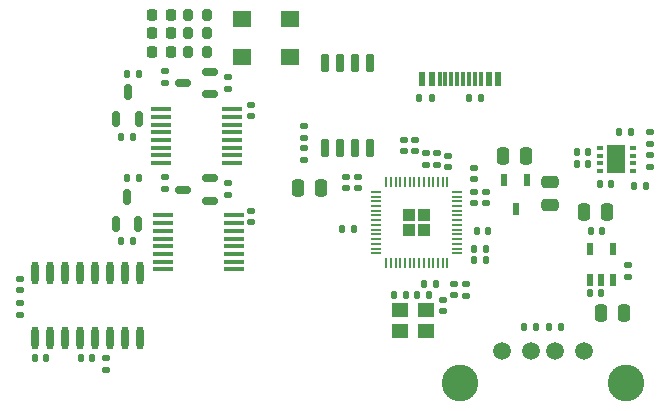
<source format=gbr>
%TF.GenerationSoftware,KiCad,Pcbnew,8.0.1*%
%TF.CreationDate,2024-03-30T20:31:03-07:00*%
%TF.ProjectId,babelfish,62616265-6c66-4697-9368-2e6b69636164,v0.3*%
%TF.SameCoordinates,Original*%
%TF.FileFunction,Paste,Top*%
%TF.FilePolarity,Positive*%
%FSLAX46Y46*%
G04 Gerber Fmt 4.6, Leading zero omitted, Abs format (unit mm)*
G04 Created by KiCad (PCBNEW 8.0.1) date 2024-03-30 20:31:03*
%MOMM*%
%LPD*%
G01*
G04 APERTURE LIST*
G04 Aperture macros list*
%AMRoundRect*
0 Rectangle with rounded corners*
0 $1 Rounding radius*
0 $2 $3 $4 $5 $6 $7 $8 $9 X,Y pos of 4 corners*
0 Add a 4 corners polygon primitive as box body*
4,1,4,$2,$3,$4,$5,$6,$7,$8,$9,$2,$3,0*
0 Add four circle primitives for the rounded corners*
1,1,$1+$1,$2,$3*
1,1,$1+$1,$4,$5*
1,1,$1+$1,$6,$7*
1,1,$1+$1,$8,$9*
0 Add four rect primitives between the rounded corners*
20,1,$1+$1,$2,$3,$4,$5,0*
20,1,$1+$1,$4,$5,$6,$7,0*
20,1,$1+$1,$6,$7,$8,$9,0*
20,1,$1+$1,$8,$9,$2,$3,0*%
G04 Aperture macros list end*
%ADD10RoundRect,0.135000X-0.185000X0.135000X-0.185000X-0.135000X0.185000X-0.135000X0.185000X0.135000X0*%
%ADD11RoundRect,0.150000X0.150000X-0.512500X0.150000X0.512500X-0.150000X0.512500X-0.150000X-0.512500X0*%
%ADD12RoundRect,0.250000X-0.250000X-0.475000X0.250000X-0.475000X0.250000X0.475000X-0.250000X0.475000X0*%
%ADD13RoundRect,0.135000X0.185000X-0.135000X0.185000X0.135000X-0.185000X0.135000X-0.185000X-0.135000X0*%
%ADD14RoundRect,0.250000X0.475000X-0.250000X0.475000X0.250000X-0.475000X0.250000X-0.475000X-0.250000X0*%
%ADD15R,1.803404X0.406401*%
%ADD16RoundRect,0.140000X-0.170000X0.140000X-0.170000X-0.140000X0.170000X-0.140000X0.170000X0.140000X0*%
%ADD17RoundRect,0.218750X-0.218750X-0.256250X0.218750X-0.256250X0.218750X0.256250X-0.218750X0.256250X0*%
%ADD18RoundRect,0.140000X0.140000X0.170000X-0.140000X0.170000X-0.140000X-0.170000X0.140000X-0.170000X0*%
%ADD19RoundRect,0.140000X0.170000X-0.140000X0.170000X0.140000X-0.170000X0.140000X-0.170000X-0.140000X0*%
%ADD20RoundRect,0.135000X0.135000X0.185000X-0.135000X0.185000X-0.135000X-0.185000X0.135000X-0.185000X0*%
%ADD21R,0.600000X1.240005*%
%ADD22R,0.300000X1.240005*%
%ADD23RoundRect,0.135000X-0.135000X-0.185000X0.135000X-0.185000X0.135000X0.185000X-0.135000X0.185000X0*%
%ADD24R,0.600000X1.070003*%
%ADD25RoundRect,0.200000X0.200000X0.275000X-0.200000X0.275000X-0.200000X-0.275000X0.200000X-0.275000X0*%
%ADD26RoundRect,0.150000X0.512500X0.150000X-0.512500X0.150000X-0.512500X-0.150000X0.512500X-0.150000X0*%
%ADD27RoundRect,0.140000X-0.140000X-0.170000X0.140000X-0.170000X0.140000X0.170000X-0.140000X0.170000X0*%
%ADD28R,0.600000X0.350013*%
%ADD29R,1.600000X2.400051*%
%ADD30RoundRect,0.250000X-0.292217X-0.292217X0.292217X-0.292217X0.292217X0.292217X-0.292217X0.292217X0*%
%ADD31RoundRect,0.050000X-0.387500X-0.050000X0.387500X-0.050000X0.387500X0.050000X-0.387500X0.050000X0*%
%ADD32RoundRect,0.050000X-0.050000X-0.387500X0.050000X-0.387500X0.050000X0.387500X-0.050000X0.387500X0*%
%ADD33C,1.500000*%
%ADD34C,3.100000*%
%ADD35R,0.622301X1.104902*%
%ADD36R,1.400000X1.200000*%
%ADD37O,0.602007X1.970993*%
%ADD38RoundRect,0.250000X0.250000X0.475000X-0.250000X0.475000X-0.250000X-0.475000X0.250000X-0.475000X0*%
%ADD39RoundRect,0.150000X0.150000X-0.650000X0.150000X0.650000X-0.150000X0.650000X-0.150000X-0.650000X0*%
%ADD40R,1.529997X1.359995*%
G04 APERTURE END LIST*
D10*
%TO.C,R23*%
X8328400Y1353400D03*
X8328400Y333400D03*
%TD*%
D11*
%TO.C,Q1*%
X4200000Y6218000D03*
X6100000Y6218000D03*
X5150000Y8493000D03*
%TD*%
D12*
%TO.C,C31*%
X43800000Y-1600000D03*
X45700000Y-1600000D03*
%TD*%
D13*
%TO.C,R20*%
X13601800Y8803200D03*
X13601800Y9823200D03*
%TD*%
D14*
%TO.C,C21*%
X40900000Y-1000000D03*
X40900000Y900000D03*
%TD*%
D15*
%TO.C,U7*%
X8009728Y7072351D03*
X8009728Y6422110D03*
X8009728Y5772123D03*
X8009728Y5122135D03*
X8009728Y4472148D03*
X8009728Y3822161D03*
X8009728Y3172173D03*
X8009728Y2522186D03*
X14009728Y2522186D03*
X14009728Y3172173D03*
X14009728Y3822161D03*
X14009728Y4472148D03*
X14009728Y5122135D03*
X14009728Y5772123D03*
X14009728Y6422110D03*
X14009728Y7072351D03*
%TD*%
D16*
%TO.C,C23*%
X-4000000Y-9368830D03*
X-4000000Y-10328830D03*
%TD*%
D17*
%TO.C,D1*%
X7225000Y15050000D03*
X8800000Y15050000D03*
%TD*%
D18*
%TO.C,C16*%
X24275500Y-3039000D03*
X23315500Y-3039000D03*
%TD*%
D19*
%TO.C,C37*%
X15600000Y-2500000D03*
X15600000Y-1540000D03*
%TD*%
%TO.C,C36*%
X15600000Y6500000D03*
X15600000Y7460000D03*
%TD*%
%TO.C,C14*%
X34463000Y1151000D03*
X34463000Y2111000D03*
%TD*%
D20*
%TO.C,R26*%
X39700000Y-11400000D03*
X38680000Y-11400000D03*
%TD*%
D10*
%TO.C,R14*%
X33800000Y-7700000D03*
X33800000Y-8720000D03*
%TD*%
D17*
%TO.C,D2*%
X7225000Y13500000D03*
X8800000Y13500000D03*
%TD*%
D21*
%TO.C,U3*%
X36505358Y9610899D03*
X35705510Y9610899D03*
D22*
X34555396Y9610899D03*
X33555396Y9610899D03*
X33055523Y9610899D03*
X32055523Y9610899D03*
D21*
X30105561Y9610899D03*
X30905409Y9610899D03*
D22*
X31555396Y9610899D03*
X32555396Y9610899D03*
X34055523Y9610899D03*
X35055523Y9610899D03*
%TD*%
D16*
%TO.C,C27*%
X3300000Y-14028830D03*
X3300000Y-14988830D03*
%TD*%
D12*
%TO.C,C22*%
X36950000Y3100000D03*
X38850000Y3100000D03*
%TD*%
D20*
%TO.C,R9*%
X47800000Y5120000D03*
X46780000Y5120000D03*
%TD*%
D23*
%TO.C,R2*%
X47980000Y600000D03*
X49000000Y600000D03*
%TD*%
D20*
%TO.C,R13*%
X35510500Y-4722600D03*
X34490500Y-4722600D03*
%TD*%
D10*
%TO.C,R7*%
X20077600Y5677200D03*
X20077600Y4657200D03*
%TD*%
D16*
%TO.C,C7*%
X35500000Y100000D03*
X35500000Y-860000D03*
%TD*%
D24*
%TO.C,U6*%
X38949962Y1070154D03*
X37050038Y1070154D03*
X38000000Y-1400000D03*
%TD*%
D19*
%TO.C,C5*%
X29475500Y3500000D03*
X29475500Y4460000D03*
%TD*%
D25*
%TO.C,R15*%
X11900000Y15050000D03*
X10250000Y15050000D03*
%TD*%
D16*
%TO.C,C6*%
X34500000Y100000D03*
X34500000Y-860000D03*
%TD*%
D26*
%TO.C,Q2*%
X12128600Y8350000D03*
X12128600Y10250000D03*
X9853600Y9300000D03*
%TD*%
D17*
%TO.C,D3*%
X7225000Y11900000D03*
X8800000Y11900000D03*
%TD*%
D20*
%TO.C,R25*%
X6129600Y1216800D03*
X5109600Y1216800D03*
%TD*%
D10*
%TO.C,R28*%
X47500000Y-6090000D03*
X47500000Y-7110000D03*
%TD*%
D27*
%TO.C,C26*%
X1200000Y-14028830D03*
X2160000Y-14028830D03*
%TD*%
%TO.C,C10*%
X34700000Y-3200000D03*
X35660000Y-3200000D03*
%TD*%
D28*
%TO.C,U2*%
X47919797Y1830160D03*
X47920051Y2490053D03*
X47920051Y3149947D03*
X47920051Y3810094D03*
X45119949Y3810094D03*
X45119949Y3149947D03*
X45119949Y2490053D03*
X45119949Y1830160D03*
D29*
X46520000Y2820000D03*
%TD*%
D27*
%TO.C,C28*%
X44300000Y-8500000D03*
X45260000Y-8500000D03*
%TD*%
D10*
%TO.C,R4*%
X31365500Y3393800D03*
X31365500Y2373800D03*
%TD*%
D11*
%TO.C,Q4*%
X4134800Y-2610000D03*
X6034800Y-2610000D03*
X5084800Y-335000D03*
%TD*%
D30*
%TO.C,U1*%
X28988000Y-1889000D03*
X28988000Y-3164000D03*
X30263000Y-1889000D03*
X30263000Y-3164000D03*
D31*
X26188000Y73500D03*
X26188000Y-326500D03*
X26188000Y-726500D03*
X26188000Y-1126500D03*
X26188000Y-1526500D03*
X26188000Y-1926500D03*
X26188000Y-2326500D03*
X26188000Y-2726500D03*
X26188000Y-3126500D03*
X26188000Y-3526500D03*
X26188000Y-3926500D03*
X26188000Y-4326500D03*
X26188000Y-4726500D03*
X26188000Y-5126500D03*
D32*
X27025500Y-5964000D03*
X27425500Y-5964000D03*
X27825500Y-5964000D03*
X28225500Y-5964000D03*
X28625500Y-5964000D03*
X29025500Y-5964000D03*
X29425500Y-5964000D03*
X29825500Y-5964000D03*
X30225500Y-5964000D03*
X30625500Y-5964000D03*
X31025500Y-5964000D03*
X31425500Y-5964000D03*
X31825500Y-5964000D03*
X32225500Y-5964000D03*
D31*
X33063000Y-5126500D03*
X33063000Y-4726500D03*
X33063000Y-4326500D03*
X33063000Y-3926500D03*
X33063000Y-3526500D03*
X33063000Y-3126500D03*
X33063000Y-2726500D03*
X33063000Y-2326500D03*
X33063000Y-1926500D03*
X33063000Y-1526500D03*
X33063000Y-1126500D03*
X33063000Y-726500D03*
X33063000Y-326500D03*
X33063000Y73500D03*
D32*
X32225500Y911000D03*
X31825500Y911000D03*
X31425500Y911000D03*
X31025500Y911000D03*
X30625500Y911000D03*
X30225500Y911000D03*
X29825500Y911000D03*
X29425500Y911000D03*
X29025500Y911000D03*
X28625500Y911000D03*
X28225500Y911000D03*
X27825500Y911000D03*
X27425500Y911000D03*
X27025500Y911000D03*
%TD*%
D23*
%TO.C,R24*%
X4594600Y-4085000D03*
X5614600Y-4085000D03*
%TD*%
D27*
%TO.C,C30*%
X44340000Y-3200000D03*
X45300000Y-3200000D03*
%TD*%
D33*
%TO.C,J4*%
X36800000Y-13390000D03*
X39300000Y-13390000D03*
X41300000Y-13390000D03*
X43800000Y-13390000D03*
D34*
X33300000Y-16100000D03*
X47300000Y-16100000D03*
%TD*%
D35*
%TO.C,U12*%
X44300585Y-7350000D03*
X45249785Y-7350000D03*
X46200000Y-7350000D03*
X46200000Y-4750050D03*
X44300585Y-4750050D03*
%TD*%
D20*
%TO.C,R1*%
X30695227Y-8657862D03*
X29675227Y-8657862D03*
%TD*%
D25*
%TO.C,R16*%
X11900000Y13500000D03*
X10250000Y13500000D03*
%TD*%
D20*
%TO.C,R5*%
X30875500Y8000000D03*
X29855500Y8000000D03*
%TD*%
D27*
%TO.C,C15*%
X45120000Y720000D03*
X46080000Y720000D03*
%TD*%
D19*
%TO.C,C4*%
X24649600Y371800D03*
X24649600Y1331800D03*
%TD*%
D10*
%TO.C,R6*%
X49400000Y5140000D03*
X49400000Y4120000D03*
%TD*%
%TO.C,R3*%
X30415400Y3393800D03*
X30415400Y2373800D03*
%TD*%
D25*
%TO.C,R17*%
X11900000Y11900000D03*
X10250000Y11900000D03*
%TD*%
D15*
%TO.C,U8*%
X8109728Y-1927649D03*
X8109728Y-2577890D03*
X8109728Y-3227877D03*
X8109728Y-3877865D03*
X8109728Y-4527852D03*
X8109728Y-5177839D03*
X8109728Y-5827827D03*
X8109728Y-6477814D03*
X14109728Y-6477814D03*
X14109728Y-5827827D03*
X14109728Y-5177839D03*
X14109728Y-4527852D03*
X14109728Y-3877865D03*
X14109728Y-3227877D03*
X14109728Y-2577890D03*
X14109728Y-1927649D03*
%TD*%
D23*
%TO.C,R27*%
X40850000Y-11400000D03*
X41870000Y-11400000D03*
%TD*%
D19*
%TO.C,C11*%
X31825227Y-10007862D03*
X31825227Y-9047862D03*
%TD*%
D20*
%TO.C,R19*%
X6110000Y10046200D03*
X5090000Y10046200D03*
%TD*%
D26*
%TO.C,Q3*%
X12138400Y-686600D03*
X12138400Y1213400D03*
X9863400Y263400D03*
%TD*%
D10*
%TO.C,R21*%
X8300000Y10300000D03*
X8300000Y9280000D03*
%TD*%
D13*
%TO.C,R22*%
X13613400Y-233400D03*
X13613400Y786600D03*
%TD*%
D36*
%TO.C,X1*%
X30375227Y-9957798D03*
X28175075Y-9957798D03*
X28175075Y-11707862D03*
X30375227Y-11707862D03*
%TD*%
D37*
%TO.C,U11*%
X-2690018Y-12300000D03*
X-1420015Y-12300000D03*
X-150013Y-12300000D03*
X1119990Y-12300000D03*
X2389992Y-12300000D03*
X3659995Y-12300000D03*
X4929997Y-12300000D03*
X6200000Y-12300000D03*
X6200000Y-6828830D03*
X4929997Y-6828830D03*
X3659995Y-6828830D03*
X2389992Y-6828830D03*
X1119990Y-6828830D03*
X-150013Y-6828830D03*
X-1420015Y-6828830D03*
X-2690018Y-6828830D03*
%TD*%
D12*
%TO.C,C29*%
X45250000Y-10200000D03*
X47150000Y-10200000D03*
%TD*%
D27*
%TO.C,C24*%
X-2700000Y-14028830D03*
X-1740000Y-14028830D03*
%TD*%
%TO.C,C12*%
X27715227Y-8657798D03*
X28675227Y-8657798D03*
%TD*%
D19*
%TO.C,C2*%
X28525500Y3501000D03*
X28525500Y4461000D03*
%TD*%
%TO.C,C9*%
X23633600Y371800D03*
X23633600Y1331800D03*
%TD*%
D16*
%TO.C,C25*%
X-4000000Y-7268830D03*
X-4000000Y-8228830D03*
%TD*%
D19*
%TO.C,C13*%
X32305500Y2170000D03*
X32305500Y3130000D03*
%TD*%
D10*
%TO.C,R8*%
X49400000Y3220000D03*
X49400000Y2200000D03*
%TD*%
D38*
%TO.C,C3*%
X21500000Y400000D03*
X19600000Y400000D03*
%TD*%
D23*
%TO.C,R18*%
X4604400Y4744400D03*
X5624400Y4744400D03*
%TD*%
D20*
%TO.C,R12*%
X35510500Y-5687800D03*
X34490500Y-5687800D03*
%TD*%
D39*
%TO.C,U4*%
X21881000Y3770200D03*
X23151000Y3770200D03*
X24421000Y3770200D03*
X25691000Y3770200D03*
X25691000Y10970200D03*
X24421000Y10970200D03*
X23151000Y10970200D03*
X21881000Y10970200D03*
%TD*%
D40*
%TO.C,SW1*%
X14800000Y14700000D03*
X18870104Y14700000D03*
%TD*%
%TO.C,SW2*%
X14800000Y11450000D03*
X18870104Y11450000D03*
%TD*%
D18*
%TO.C,C18*%
X44160000Y3450000D03*
X43200000Y3450000D03*
%TD*%
%TO.C,C17*%
X44160000Y2400000D03*
X43200000Y2400000D03*
%TD*%
D23*
%TO.C,R10*%
X34030000Y8000000D03*
X35050000Y8000000D03*
%TD*%
D10*
%TO.C,R11*%
X20077600Y3769600D03*
X20077600Y2749600D03*
%TD*%
D27*
%TO.C,C8*%
X30275500Y-7689000D03*
X31235500Y-7689000D03*
%TD*%
D16*
%TO.C,C1*%
X32800000Y-7689000D03*
X32800000Y-8649000D03*
%TD*%
M02*

</source>
